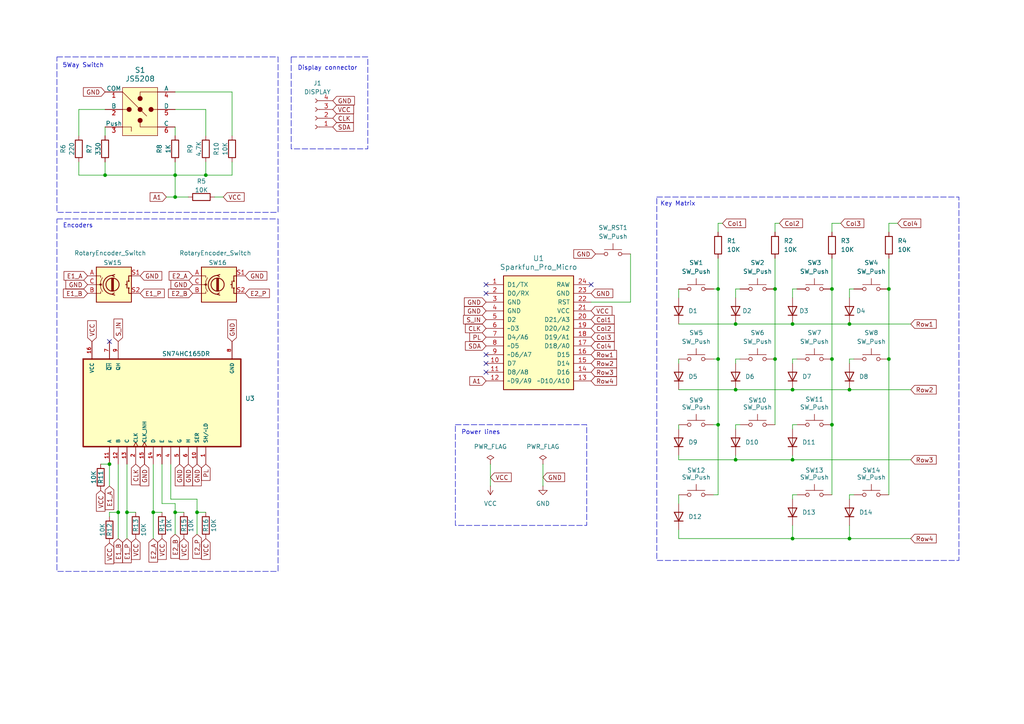
<source format=kicad_sch>
(kicad_sch (version 20250114) (generator "eeschema") (generator_version "9.0")
  (paper "A4")
  (title_block (title "Arduino pro micro based macro keyboard") (date "2025-08-25") (rev "1"))
  (lib_symbols
    (symbol "Arduino:Sparkfun_Pro_Micro" (pin_names (offset 1.016))
      (property "Reference" "U" (at -8.89 21.59 0))
      (property "Value" "Sparkfun_Pro_Micro" (at 0 19.05 0))
      (symbol "Sparkfun_Pro_Micro_0_1"
        (rectangle (start -10.16 17.78) (end 10.16 -15.24) (stroke (width 0.254)) (fill (type background)))
      )
      (symbol "Sparkfun_Pro_Micro_1_1"
        (pin bidirectional line (at -15.24 15.24 0) (length 5.08) (name "D1/TX") (number "1"))
        (pin bidirectional line (at -15.24 12.7 0) (length 5.08) (name "D0/RX") (number "2"))
        (pin power_in line (at -15.24 10.16 0) (length 5.08) (name "GND") (number "3"))
        (pin power_in line (at -15.24 7.62 0) (length 5.08) (name "GND") (number "4"))
        (pin bidirectional line (at -15.24 5.08 0) (length 5.08) (name "D2") (number "5"))
        (pin bidirectional line (at -15.24 2.54 0) (length 5.08) (name "~D3") (number "6"))
        (pin bidirectional line (at -15.24 0 0) (length 5.08) (name "D4/A6") (number "7"))
        (pin bidirectional line (at -15.24 -2.54 0) (length 5.08) (name "~D5") (number "8"))
        (pin bidirectional line (at -15.24 -5.08 0) (length 5.08) (name "~D6/A7") (number "9"))
        (pin bidirectional line (at -15.24 -7.62 0) (length 5.08) (name "D7") (number "10"))
        (pin bidirectional line (at -15.24 -10.16 0) (length 5.08) (name "D8/A8") (number "11"))
        (pin bidirectional line (at -15.24 -12.7 0) (length 5.08) (name "~D9/A9") (number "12"))
        (pin power_in line (at 15.24 15.24 180) (length 5.08) (name "RAW") (number "24"))
        (pin power_in line (at 15.24 12.7 180) (length 5.08) (name "GND") (number "23"))
        (pin input line (at 15.24 10.16 180) (length 5.08) (name "RST") (number "22"))
        (pin power_in line (at 15.24 7.62 180) (length 5.08) (name "VCC") (number "21"))
        (pin bidirectional line (at 15.24 5.08 180) (length 5.08) (name "D21/A3") (number "20"))
        (pin bidirectional line (at 15.24 2.54 180) (length 5.08) (name "D20/A2") (number "19"))
        (pin bidirectional line (at 15.24 0 180) (length 5.08) (name "D19/A1") (number "18"))
        (pin bidirectional line (at 15.24 -2.54 180) (length 5.08) (name "D18/A0") (number "17"))
        (pin bidirectional line (at 15.24 -5.08 180) (length 5.08) (name "D15") (number "16"))
        (pin bidirectional line (at 15.24 -7.62 180) (length 5.08) (name "D14") (number "15"))
        (pin bidirectional line (at 15.24 -10.16 180) (length 5.08) (name "D16") (number "14"))
        (pin bidirectional line (at 15.24 -12.7 180) (length 5.08) (name "~D10/A10") (number "13"))
      )
    )
    (symbol "Connector:Conn_01x04_Socket" (pin_names (offset 1.016) (hide yes))
      (property "Reference" "J" (at 0 5.08 0))
      (property "Value" "Conn_01x04_Socket" (at 0 -7.62 0))
      (symbol "Conn_01x04_Socket_1_1"
        (polyline (pts (xy -1.27 2.54) (xy -0.508 2.54)) (stroke (width 0.1524)))
        (polyline (pts (xy -1.27 0) (xy -0.508 0)) (stroke (width 0.1524)))
        (polyline (pts (xy -1.27 -2.54) (xy -0.508 -2.54)) (stroke (width 0.1524)))
        (polyline (pts (xy -1.27 -5.08) (xy -0.508 -5.08)) (stroke (width 0.1524)))
        (arc (start 0 2.032) (mid -0.5058 2.54) (end 0 3.048) (stroke (width 0.1524)))
        (arc (start 0 -0.508) (mid -0.5058 0) (end 0 0.508) (stroke (width 0.1524)))
        (arc (start 0 -3.048) (mid -0.5058 -2.54) (end 0 -2.032) (stroke (width 0.1524)))
        (arc (start 0 -5.588) (mid -0.5058 -5.08) (end 0 -4.572) (stroke (width 0.1524)))
        (pin passive line (at -5.08 2.54 0) (length 3.81) (name "Pin_1") (number "1"))
        (pin passive line (at -5.08 0 0) (length 3.81) (name "Pin_2") (number "2"))
        (pin passive line (at -5.08 -2.54 0) (length 3.81) (name "Pin_3") (number "3"))
        (pin passive line (at -5.08 -5.08 0) (length 3.81) (name "Pin_4") (number "4"))
      )
    )
    (symbol "Device:R" (pin_numbers (hide yes)) (pin_names (offset 0))
      (property "Reference" "R" (at 2.032 0 90))
      (property "Value" "R" (at 0 0 90))
      (symbol "R_0_1"
        (rectangle (start -1.016 -2.54) (end 1.016 2.54) (stroke (width 0.254)))
      )
      (symbol "R_1_1"
        (pin passive line (at 0 3.81 270) (length 1.27) (name "~") (number "1"))
        (pin passive line (at 0 -3.81 90) (length 1.27) (name "~") (number "2"))
      )
    )
    (symbol "Device:RotaryEncoder_Switch" (pin_names (offset 0.254) (hide yes))
      (property "Reference" "SW" (at 0 6.604 0))
      (property "Value" "RotaryEncoder_Switch" (at 0 -6.604 0))
      (symbol "RotaryEncoder_Switch_0_1"
        (rectangle (start -5.08 5.08) (end 5.08 -5.08) (stroke (width 0.254)) (fill (type background)))
        (polyline (pts (xy -5.08 2.54) (xy -3.81 2.54) (xy -3.81 2.032)))
        (polyline (pts (xy -5.08 0) (xy -3.81 0) (xy -3.81 -1.016) (xy -3.302 -2.032)))
        (polyline (pts (xy -5.08 -2.54) (xy -3.81 -2.54) (xy -3.81 -2.032)))
        (polyline (pts (xy -4.318 0) (xy -3.81 0) (xy -3.81 1.016) (xy -3.302 2.032)))
        (circle (center -3.81 0) (radius 0.254) (fill (type outline)))
        (polyline (pts (xy -0.635 -1.778) (xy -0.635 1.778)) (stroke (width 0.254)))
        (circle (center -0.381 0) (radius 1.905) (stroke (width 0.254)))
        (polyline (pts (xy -0.381 -1.778) (xy -0.381 1.778)) (stroke (width 0.254)))
        (arc (start -0.381 -2.794) (mid -3.0988 -0.0635) (end -0.381 2.667) (stroke (width 0.254)))
        (polyline (pts (xy -0.127 1.778) (xy -0.127 -1.778)) (stroke (width 0.254)))
        (polyline (pts (xy 0.254 2.921) (xy -0.508 2.667) (xy 0.127 2.286)) (stroke (width 0.254)))
        (polyline (pts (xy 0.254 -3.048) (xy -0.508 -2.794) (xy 0.127 -2.413)) (stroke (width 0.254)))
        (polyline (pts (xy 3.81 1.016) (xy 3.81 -1.016)) (stroke (width 0.254)))
        (polyline (pts (xy 3.81 0) (xy 3.429 0)) (stroke (width 0.254)))
        (circle (center 4.318 1.016) (radius 0.127) (stroke (width 0.254)))
        (circle (center 4.318 -1.016) (radius 0.127) (stroke (width 0.254)))
        (polyline (pts (xy 5.08 2.54) (xy 4.318 2.54) (xy 4.318 1.016)) (stroke (width 0.254)))
        (polyline (pts (xy 5.08 -2.54) (xy 4.318 -2.54) (xy 4.318 -1.016)) (stroke (width 0.254)))
      )
      (symbol "RotaryEncoder_Switch_1_1"
        (pin passive line (at -7.62 2.54 0) (length 2.54) (name "A") (number "A"))
        (pin passive line (at -7.62 0 0) (length 2.54) (name "C") (number "C"))
        (pin passive line (at -7.62 -2.54 0) (length 2.54) (name "B") (number "B"))
        (pin passive line (at 7.62 2.54 180) (length 2.54) (name "S1") (number "S1"))
        (pin passive line (at 7.62 -2.54 180) (length 2.54) (name "S2") (number "S2"))
      )
    )
    (symbol "Diode:1N4148WT" (pin_numbers (hide yes)) (pin_names (hide yes))
      (property "Reference" "D" (at 0 2.54 0))
      (property "Value" "1N4148WT" (at 0 -2.54 0))
      (symbol "1N4148WT_0_1"
        (polyline (pts (xy -1.27 1.27) (xy -1.27 -1.27)) (stroke (width 0.254)))
        (polyline (pts (xy 1.27 1.27) (xy 1.27 -1.27) (xy -1.27 0) (xy 1.27 1.27)) (stroke (width 0.254)))
        (polyline (pts (xy 1.27 0) (xy -1.27 0)))
      )
      (symbol "1N4148WT_1_1"
        (pin passive line (at -3.81 0 0) (length 2.54) (name "K") (number "1"))
        (pin passive line (at 3.81 0 180) (length 2.54) (name "A") (number "2"))
      )
    )
    (symbol "SN74HC165DR:SN74HC165DR" (pin_names (offset 1.016))
      (property "Reference" "U" (at -12.7 23.86 0))
      (property "Value" "SN74HC165DR" (at -12.7 -26.86 0))
      (symbol "SN74HC165DR_0_0"
        (rectangle (start -12.7 -22.86) (end 12.7 22.86) (stroke (width 0.41)) (fill (type background)))
        (pin input line (at -17.78 15.24 0) (length 5.08) (name "A") (number "11"))
        (pin input line (at -17.78 12.7 0) (length 5.08) (name "B") (number "12"))
        (pin input line (at -17.78 10.16 0) (length 5.08) (name "C") (number "13"))
        (pin input clock (at -17.78 7.62 0) (length 5.08) (name "CLK") (number "2"))
        (pin input clock (at -17.78 5.08 0) (length 5.08) (name "CLK_INH") (number "15"))
        (pin input line (at -17.78 2.54 0) (length 5.08) (name "D") (number "14"))
        (pin input line (at -17.78 0 0) (length 5.08) (name "E") (number "3"))
        (pin input line (at -17.78 -2.54 0) (length 5.08) (name "F") (number "4"))
        (pin input line (at -17.78 -5.08 0) (length 5.08) (name "G") (number "5"))
        (pin input line (at -17.78 -7.62 0) (length 5.08) (name "H") (number "6"))
        (pin input line (at -17.78 -10.16 0) (length 5.08) (name "SER") (number "10"))
        (pin input line (at -17.78 -12.7 0) (length 5.08) (name "SH/~LD") (number "1"))
        (pin power_in line (at 17.78 20.32 180) (length 5.08) (name "VCC") (number "16"))
        (pin output line (at 17.78 15.24 180) (length 5.08) (name "~{QH}") (number "7"))
        (pin output line (at 17.78 12.7 180) (length 5.08) (name "QH") (number "9"))
        (pin power_in line (at 17.78 -20.32 180) (length 5.08) (name "GND") (number "8"))
      )
    )
    (symbol "Switch:SW_Push" (pin_numbers (hide yes)) (pin_names (offset 1.016) (hide yes))
      (property "Reference" "SW" (at 1.27 2.54 0))
      (property "Value" "SW_Push" (at 0 -1.524 0))
      (symbol "SW_Push_0_1"
        (circle (center -2.032 0) (radius 0.508))
        (polyline (pts (xy 0 1.27) (xy 0 3.048)))
        (circle (center 2.032 0) (radius 0.508))
        (polyline (pts (xy 2.54 1.27) (xy -2.54 1.27)))
        (pin passive line (at -5.08 0 0) (length 2.54) (name "1") (number "1"))
        (pin passive line (at 5.08 0 180) (length 2.54) (name "2") (number "2"))
      )
    )
    (symbol "dk_Navigation-Switches-Joystick:JS5208" (pin_names (offset 0))
      (property "Reference" "S" (at -5.08 7.62 0))
      (property "Value" "JS5208" (at 0 -8.89 0))
      (symbol "JS5208_0_1"
        (rectangle (start -5.08 6.35) (end 5.08 -7.62) (fill (type background)))
        (polyline (pts (xy -5.08 5.08) (xy 1.905 -1.905)))
        (polyline (pts (xy -5.08 0) (xy -3.81 0)))
        (polyline (pts (xy -5.08 -5.08) (xy -2.54 -5.08) (xy -2.54 -6.35)))
        (circle (center -3.175 0) (radius 0.635) (fill (type outline)))
        (circle (center 0 3.175) (radius 0.635) (fill (type outline)))
        (circle (center 0 0) (radius 0.635) (fill (type outline)))
        (circle (center 0 -3.175) (radius 0.635) (fill (type outline)))
        (circle (center 3.175 0) (radius 0.635) (fill (type outline)))
        (polyline (pts (xy 5.08 5.08) (xy 0 5.08) (xy 0 3.81)))
        (polyline (pts (xy 5.08 0) (xy 3.81 0)))
        (polyline (pts (xy 5.08 -5.08) (xy 0 -5.08) (xy 0 -3.81)))
      )
      (symbol "JS5208_1_1"
        (pin passive line (at -10.16 5.08 0) (length 5.08) (name "COM") (number "1"))
        (pin passive line (at -10.16 0 0) (length 5.08) (name "B") (number "2"))
        (pin passive line (at -10.16 -5.08 0) (length 5.08) (name "Push") (number "3"))
        (pin passive line (at 10.16 5.08 180) (length 5.08) (name "A") (number "4"))
        (pin passive line (at 10.16 0 180) (length 5.08) (name "D") (number "5"))
        (pin passive line (at 10.16 -5.08 180) (length 5.08) (name "C") (number "6"))
      )
    )
    (symbol "power:GND" (power) (pin_numbers (hide yes)) (pin_names (offset 0) (hide yes))
      (property "Value" "GND" (at 0 -3.81 0))
      (symbol "GND_0_1"
        (polyline (pts (xy 0 0) (xy 0 -1.27) (xy 1.27 -1.27) (xy 0 -2.54) (xy -1.27 -1.27) (xy 0 -1.27)))
      )
      (symbol "GND_1_1"
        (pin power_in line (at 0 0 270) (length 0) (name "~") (number "1"))
      )
    )
    (symbol "power:PWR_FLAG" (power) (pin_numbers (hide yes)) (pin_names (offset 0) (hide yes))
      (property "Value" "PWR_FLAG" (at 0 3.81 0))
      (symbol "PWR_FLAG_0_0"
        (pin power_out line (at 0 0 90) (length 0) (name "~") (number "1"))
      )
      (symbol "PWR_FLAG_0_1"
        (polyline (pts (xy 0 0) (xy 0 1.27) (xy -1.016 1.905) (xy 0 2.54) (xy 1.016 1.905) (xy 0 1.27)))
      )
    )
    (symbol "power:VCC" (power) (pin_numbers (hide yes)) (pin_names (offset 0) (hide yes))
      (property "Value" "VCC" (at 0 3.556 0))
      (symbol "VCC_0_1"
        (polyline (pts (xy -0.762 1.27) (xy 0 2.54)))
        (polyline (pts (xy 0 2.54) (xy 0.762 1.27)))
        (polyline (pts (xy 0 0) (xy 0 2.54)))
      )
      (symbol "VCC_1_1"
        (pin power_in line (at 0 0 90) (length 0) (name "~") (number "1"))
      )
    )
  )
  (rectangle (start 132.08 123.19) (end 170.18 152.4) (stroke (width 0) (type dash)))
  (rectangle (start 190.5 57.15) (end 278.13 162.56) (stroke (width 0) (type dash)))
  (rectangle (start 84.455 16.51) (end 106.68 43.18) (stroke (width 0) (type dash)))
  (rectangle (start 16.51 16.51) (end 80.645 61.595) (stroke (width 0) (type dash)))
  (rectangle (start 16.51 63.5) (end 80.645 165.735) (stroke (width 0) (type dash)))
  (text "Encoders" (at 22.606 65.532 0) (effects (font (size 1.27 1.27))))
  (text "Power lines" (at 139.446 125.476 0) (effects (font (size 1.27 1.27))))
  (text "Key Matrix\n" (at 196.596 59.182 0) (effects (font (size 1.27 1.27))))
  (text "Display connector" (at 94.996 19.812 0) (effects (font (size 1.27 1.27))))
  (text "5Way Switch" (at 24.13 19.05 0) (effects (font (size 1.27 1.27))))
  (junction (at 241.3 123.19))
  (junction (at 246.38 113.03))
  (junction (at 246.38 156.21))
  (junction (at 229.87 113.03))
  (junction (at 30.48 50.8))
  (junction (at 59.69 50.8))
  (junction (at 213.36 133.35))
  (junction (at 34.29 148.59))
  (junction (at 208.28 83.82))
  (junction (at 229.87 156.21))
  (junction (at 208.28 123.19))
  (junction (at 224.79 83.82))
  (junction (at 213.36 93.98))
  (junction (at 50.8 57.15))
  (junction (at 257.81 104.14))
  (junction (at 57.15 148.59))
  (junction (at 31.75 134.62))
  (junction (at 208.28 104.14))
  (junction (at 50.8 50.8))
  (junction (at 246.38 93.98))
  (junction (at 224.79 104.14))
  (junction (at 50.8 148.59))
  (junction (at 257.81 83.82))
  (junction (at 44.45 148.59))
  (junction (at 36.83 148.59))
  (junction (at 213.36 113.03))
  (junction (at 241.3 83.82))
  (junction (at 229.87 93.98))
  (junction (at 241.3 104.14))
  (junction (at 229.87 133.35))
  (no_connect (at 31.75 99.06))
  (no_connect (at 140.97 102.87))
  (no_connect (at 140.97 107.95))
  (no_connect (at 140.97 82.55))
  (no_connect (at 171.45 82.55))
  (no_connect (at 140.97 105.41))
  (no_connect (at 140.97 85.09))
  (wire (pts (xy 246.38 113.03) (xy 264.16 113.03)))
  (wire (pts (xy 50.8 31.75) (xy 59.69 31.75)))
  (wire (pts (xy 50.8 148.59) (xy 50.8 146.05)))
  (wire (pts (xy 31.75 134.62) (xy 31.75 140.97)))
  (wire (pts (xy 241.3 104.14) (xy 241.3 123.19)))
  (wire (pts (xy 246.38 152.4) (xy 246.38 156.21)))
  (wire (pts (xy 243.84 64.77) (xy 241.3 64.77)))
  (wire (pts (xy 246.38 156.21) (xy 229.87 156.21)))
  (wire (pts (xy 229.87 83.82) (xy 231.14 83.82)))
  (wire (pts (xy 208.28 83.82) (xy 208.28 104.14)))
  (wire (pts (xy 213.36 123.19) (xy 214.63 123.19)))
  (wire (pts (xy 208.28 143.51) (xy 208.28 123.19)))
  (wire (pts (xy 229.87 123.19) (xy 231.14 123.19)))
  (wire (pts (xy 50.8 154.94) (xy 50.8 148.59)))
  (wire (pts (xy 196.85 156.21) (xy 196.85 153.67)))
  (wire (pts (xy 247.65 104.14) (xy 246.38 104.14)))
  (wire (pts (xy 246.38 83.82) (xy 246.38 86.36)))
  (wire (pts (xy 229.87 113.03) (xy 246.38 113.03)))
  (wire (pts (xy 231.14 143.51) (xy 229.87 143.51)))
  (wire (pts (xy 208.28 104.14) (xy 208.28 123.19)))
  (wire (pts (xy 50.8 50.8) (xy 50.8 57.15)))
  (wire (pts (xy 229.87 132.08) (xy 229.87 133.35)))
  (wire (pts (xy 247.65 83.82) (xy 246.38 83.82)))
  (wire (pts (xy 224.79 104.14) (xy 224.79 123.19)))
  (wire (pts (xy 30.48 31.75) (xy 22.86 31.75)))
  (wire (pts (xy 207.01 143.51) (xy 208.28 143.51)))
  (wire (pts (xy 213.36 83.82) (xy 214.63 83.82)))
  (wire (pts (xy 241.3 64.77) (xy 241.3 67.31)))
  (wire (pts (xy 59.69 50.8) (xy 67.31 50.8)))
  (wire (pts (xy 257.81 83.82) (xy 257.81 104.14)))
  (wire (pts (xy 57.15 154.94) (xy 57.15 148.59)))
  (wire (pts (xy 207.01 83.82) (xy 208.28 83.82)))
  (wire (pts (xy 182.88 87.63) (xy 182.88 73.66)))
  (wire (pts (xy 224.79 83.82) (xy 224.79 104.14)))
  (wire (pts (xy 229.87 152.4) (xy 229.87 156.21)))
  (wire (pts (xy 213.36 83.82) (xy 213.36 86.36)))
  (wire (pts (xy 196.85 143.51) (xy 196.85 146.05)))
  (wire (pts (xy 22.86 31.75) (xy 22.86 39.37)))
  (wire (pts (xy 196.85 123.19) (xy 196.85 124.46)))
  (wire (pts (xy 229.87 133.35) (xy 264.16 133.35)))
  (wire (pts (xy 34.29 148.59) (xy 34.29 134.62)))
  (wire (pts (xy 57.15 144.78) (xy 49.53 144.78)))
  (wire (pts (xy 224.79 74.93) (xy 224.79 83.82)))
  (wire (pts (xy 196.85 93.98) (xy 213.36 93.98)))
  (wire (pts (xy 57.15 148.59) (xy 59.69 148.59)))
  (wire (pts (xy 142.24 134.62) (xy 142.24 140.97)))
  (wire (pts (xy 207.01 123.19) (xy 208.28 123.19)))
  (wire (pts (xy 30.48 39.37) (xy 30.48 36.83)))
  (wire (pts (xy 50.8 146.05) (xy 46.99 146.05)))
  (wire (pts (xy 196.85 113.03) (xy 213.36 113.03)))
  (wire (pts (xy 62.23 57.15) (xy 64.77 57.15)))
  (wire (pts (xy 31.75 149.86) (xy 31.75 148.59)))
  (wire (pts (xy 213.36 133.35) (xy 229.87 133.35)))
  (wire (pts (xy 44.45 148.59) (xy 44.45 156.21)))
  (wire (pts (xy 50.8 46.99) (xy 50.8 50.8)))
  (wire (pts (xy 57.15 148.59) (xy 57.15 144.78)))
  (wire (pts (xy 229.87 143.51) (xy 229.87 144.78)))
  (wire (pts (xy 213.36 104.14) (xy 213.36 105.41)))
  (wire (pts (xy 59.69 31.75) (xy 59.69 39.37)))
  (wire (pts (xy 208.28 64.77) (xy 208.28 67.31)))
  (wire (pts (xy 48.26 57.15) (xy 50.8 57.15)))
  (wire (pts (xy 196.85 83.82) (xy 196.85 86.36)))
  (wire (pts (xy 208.28 104.14) (xy 207.01 104.14)))
  (wire (pts (xy 22.86 46.99) (xy 22.86 50.8)))
  (wire (pts (xy 50.8 26.67) (xy 67.31 26.67)))
  (wire (pts (xy 50.8 36.83) (xy 50.8 39.37)))
  (wire (pts (xy 213.36 132.08) (xy 213.36 133.35)))
  (wire (pts (xy 157.48 134.62) (xy 157.48 140.97)))
  (wire (pts (xy 196.85 133.35) (xy 213.36 133.35)))
  (wire (pts (xy 257.81 74.93) (xy 257.81 83.82)))
  (wire (pts (xy 31.75 148.59) (xy 34.29 148.59)))
  (wire (pts (xy 196.85 104.14) (xy 196.85 105.41)))
  (wire (pts (xy 213.36 113.03) (xy 229.87 113.03)))
  (wire (pts (xy 229.87 156.21) (xy 196.85 156.21)))
  (wire (pts (xy 67.31 46.99) (xy 67.31 50.8)))
  (wire (pts (xy 213.36 104.14) (xy 214.63 104.14)))
  (wire (pts (xy 46.99 146.05) (xy 46.99 134.62)))
  (wire (pts (xy 246.38 143.51) (xy 246.38 144.78)))
  (wire (pts (xy 213.36 123.19) (xy 213.36 124.46)))
  (wire (pts (xy 171.45 87.63) (xy 182.88 87.63)))
  (wire (pts (xy 213.36 93.98) (xy 229.87 93.98)))
  (wire (pts (xy 229.87 93.98) (xy 246.38 93.98)))
  (wire (pts (xy 67.31 26.67) (xy 67.31 39.37)))
  (wire (pts (xy 229.87 123.19) (xy 229.87 124.46)))
  (wire (pts (xy 257.81 104.14) (xy 257.81 143.51)))
  (wire (pts (xy 36.83 134.62) (xy 36.83 148.59)))
  (wire (pts (xy 264.16 156.21) (xy 246.38 156.21)))
  (wire (pts (xy 226.06 64.77) (xy 224.79 64.77)))
  (wire (pts (xy 49.53 144.78) (xy 49.53 134.62)))
  (wire (pts (xy 30.48 50.8) (xy 50.8 50.8)))
  (wire (pts (xy 50.8 50.8) (xy 59.69 50.8)))
  (wire (pts (xy 59.69 46.99) (xy 59.69 50.8)))
  (wire (pts (xy 209.55 64.77) (xy 208.28 64.77)))
  (wire (pts (xy 229.87 83.82) (xy 229.87 86.36)))
  (wire (pts (xy 260.35 64.77) (xy 257.81 64.77)))
  (wire (pts (xy 44.45 148.59) (xy 46.99 148.59)))
  (wire (pts (xy 30.48 50.8) (xy 30.48 46.99)))
  (wire (pts (xy 241.3 83.82) (xy 241.3 104.14)))
  (wire (pts (xy 208.28 74.93) (xy 208.28 83.82)))
  (wire (pts (xy 247.65 143.51) (xy 246.38 143.51)))
  (wire (pts (xy 246.38 93.98) (xy 264.16 93.98)))
  (wire (pts (xy 22.86 50.8) (xy 30.48 50.8)))
  (wire (pts (xy 229.87 104.14) (xy 231.14 104.14)))
  (wire (pts (xy 34.29 156.21) (xy 34.29 148.59)))
  (wire (pts (xy 50.8 148.59) (xy 53.34 148.59)))
  (wire (pts (xy 224.79 64.77) (xy 224.79 67.31)))
  (wire (pts (xy 196.85 132.08) (xy 196.85 133.35)))
  (wire (pts (xy 36.83 148.59) (xy 39.37 148.59)))
  (wire (pts (xy 241.3 74.93) (xy 241.3 83.82)))
  (wire (pts (xy 50.8 57.15) (xy 54.61 57.15)))
  (wire (pts (xy 246.38 104.14) (xy 246.38 105.41)))
  (wire (pts (xy 44.45 134.62) (xy 44.45 148.59)))
  (wire (pts (xy 29.21 134.62) (xy 31.75 134.62)))
  (wire (pts (xy 241.3 123.19) (xy 241.3 143.51)))
  (wire (pts (xy 229.87 104.14) (xy 229.87 105.41)))
  (wire (pts (xy 36.83 156.21) (xy 36.83 148.59)))
  (wire (pts (xy 257.81 64.77) (xy 257.81 67.31)))
  (global_label "E2_B" (shape input) (at 50.8 154.94 270) (property "Intersheetrefs" "${INTERSHEET_REFS}" (effects (hide yes))))
  (global_label "Row3" (shape input) (at 171.45 107.95 0) (property "Intersheetrefs" "${INTERSHEET_REFS}" (effects (hide yes))))
  (global_label "A1" (shape input) (at 48.26 57.15 180) (property "Intersheetrefs" "${INTERSHEET_REFS}" (effects (hide yes))))
  (global_label "VCC" (shape input) (at 31.75 157.48 270) (property "Intersheetrefs" "${INTERSHEET_REFS}" (effects (hide yes))))
  (global_label "E2_A" (shape input) (at 55.88 80.01 180) (property "Intersheetrefs" "${INTERSHEET_REFS}" (effects (hide yes))))
  (global_label "GND" (shape input) (at 40.64 80.01 0) (property "Intersheetrefs" "${INTERSHEET_REFS}" (effects (hide yes))))
  (global_label "Col1" (shape input) (at 209.55 64.77 0) (property "Intersheetrefs" "${INTERSHEET_REFS}" (effects (hide yes))))
  (global_label "GND" (shape input) (at 171.45 85.09 0) (property "Intersheetrefs" "${INTERSHEET_REFS}" (effects (hide yes))))
  (global_label "GND" (shape input) (at 52.07 134.62 270) (property "Intersheetrefs" "${INTERSHEET_REFS}" (effects (hide yes))))
  (global_label "VCC" (shape input) (at 59.69 156.21 270) (property "Intersheetrefs" "${INTERSHEET_REFS}" (effects (hide yes))))
  (global_label "Row1" (shape input) (at 171.45 102.87 0) (property "Intersheetrefs" "${INTERSHEET_REFS}" (effects (hide yes))))
  (global_label "GND" (shape input) (at 140.97 90.17 180) (property "Intersheetrefs" "${INTERSHEET_REFS}" (effects (hide yes))))
  (global_label "Row4" (shape input) (at 264.16 156.21 0) (property "Intersheetrefs" "${INTERSHEET_REFS}" (effects (hide yes))))
  (global_label "SDA" (shape input) (at 140.97 100.33 180) (property "Intersheetrefs" "${INTERSHEET_REFS}" (effects (hide yes))))
  (global_label "CLK" (shape input) (at 140.97 95.25 180) (property "Intersheetrefs" "${INTERSHEET_REFS}" (effects (hide yes))))
  (global_label "Col2" (shape input) (at 226.06 64.77 0) (property "Intersheetrefs" "${INTERSHEET_REFS}" (effects (hide yes))))
  (global_label "CLK" (shape input) (at 39.37 134.62 270) (property "Intersheetrefs" "${INTERSHEET_REFS}" (effects (hide yes))))
  (global_label "E1_P" (shape input) (at 40.64 85.09 0) (property "Intersheetrefs" "${INTERSHEET_REFS}" (effects (hide yes))))
  (global_label "Row2" (shape input) (at 171.45 105.41 0) (property "Intersheetrefs" "${INTERSHEET_REFS}" (effects (hide yes))))
  (global_label "VCC" (shape input) (at 53.34 156.21 270) (property "Intersheetrefs" "${INTERSHEET_REFS}" (effects (hide yes))))
  (global_label "GND" (shape input) (at 67.31 99.06 90) (property "Intersheetrefs" "${INTERSHEET_REFS}" (effects (hide yes))))
  (global_label "E2_B" (shape input) (at 55.88 85.09 180) (property "Intersheetrefs" "${INTERSHEET_REFS}" (effects (hide yes))))
  (global_label "GND" (shape input) (at 55.88 82.55 180) (property "Intersheetrefs" "${INTERSHEET_REFS}" (effects (hide yes))))
  (global_label "Col4" (shape input) (at 171.45 100.33 0) (property "Intersheetrefs" "${INTERSHEET_REFS}" (effects (hide yes))))
  (global_label "Col3" (shape input) (at 243.84 64.77 0) (property "Intersheetrefs" "${INTERSHEET_REFS}" (effects (hide yes))))
  (global_label "Row4" (shape input) (at 171.45 110.49 0) (property "Intersheetrefs" "${INTERSHEET_REFS}" (effects (hide yes))))
  (global_label "E2_P" (shape input) (at 71.12 85.09 0) (property "Intersheetrefs" "${INTERSHEET_REFS}" (effects (hide yes))))
  (global_label "S_IN" (shape input) (at 34.29 99.06 90) (property "Intersheetrefs" "${INTERSHEET_REFS}" (effects (hide yes))))
  (global_label "Row2" (shape input) (at 264.16 113.03 0) (property "Intersheetrefs" "${INTERSHEET_REFS}" (effects (hide yes))))
  (global_label "GND" (shape input) (at 25.4 82.55 180) (property "Intersheetrefs" "${INTERSHEET_REFS}" (effects (hide yes))))
  (global_label "Col1" (shape input) (at 171.45 92.71 0) (property "Intersheetrefs" "${INTERSHEET_REFS}" (effects (hide yes))))
  (global_label "GND" (shape input) (at 172.72 73.66 180) (property "Intersheetrefs" "${INTERSHEET_REFS}" (effects (hide yes))))
  (global_label "Col3" (shape input) (at 171.45 97.79 0) (property "Intersheetrefs" "${INTERSHEET_REFS}" (effects (hide yes))))
  (global_label "A1" (shape input) (at 140.97 110.49 180) (property "Intersheetrefs" "${INTERSHEET_REFS}" (effects (hide yes))))
  (global_label "S_IN" (shape input) (at 140.97 92.71 180) (property "Intersheetrefs" "${INTERSHEET_REFS}" (effects (hide yes))))
  (global_label "E2_P" (shape input) (at 57.15 154.94 270) (property "Intersheetrefs" "${INTERSHEET_REFS}" (effects (hide yes))))
  (global_label "PL" (shape input) (at 140.97 97.79 180) (property "Intersheetrefs" "${INTERSHEET_REFS}" (effects (hide yes))))
  (global_label "VCC" (shape input) (at 171.45 90.17 0) (property "Intersheetrefs" "${INTERSHEET_REFS}" (effects (hide yes))))
  (global_label "E1_P" (shape input) (at 36.83 156.21 270) (property "Intersheetrefs" "${INTERSHEET_REFS}" (effects (hide yes))))
  (global_label "GND" (shape input) (at 71.12 80.01 0) (property "Intersheetrefs" "${INTERSHEET_REFS}" (effects (hide yes))))
  (global_label "SDA" (shape input) (at 96.52 36.83 0) (property "Intersheetrefs" "${INTERSHEET_REFS}" (effects (hide yes))))
  (global_label "VCC" (shape input) (at 46.99 156.21 270) (property "Intersheetrefs" "${INTERSHEET_REFS}" (effects (hide yes))))
  (global_label "GND" (shape input) (at 30.48 26.67 180) (property "Intersheetrefs" "${INTERSHEET_REFS}" (effects (hide yes))))
  (global_label "E1_B" (shape input) (at 25.4 85.09 180) (property "Intersheetrefs" "${INTERSHEET_REFS}" (effects (hide yes))))
  (global_label "Col2" (shape input) (at 171.45 95.25 0) (property "Intersheetrefs" "${INTERSHEET_REFS}" (effects (hide yes))))
  (global_label "E1_A" (shape input) (at 25.4 80.01 180) (property "Intersheetrefs" "${INTERSHEET_REFS}" (effects (hide yes))))
  (global_label "Row3" (shape input) (at 264.16 133.35 0) (property "Intersheetrefs" "${INTERSHEET_REFS}" (effects (hide yes))))
  (global_label "E1_A" (shape input) (at 31.75 140.97 270) (property "Intersheetrefs" "${INTERSHEET_REFS}" (effects (hide yes))))
  (global_label "E2_A" (shape input) (at 44.45 156.21 270) (property "Intersheetrefs" "${INTERSHEET_REFS}" (effects (hide yes))))
  (global_label "PL" (shape input) (at 59.69 134.62 270) (property "Intersheetrefs" "${INTERSHEET_REFS}" (effects (hide yes))))
  (global_label "VCC" (shape input) (at 26.67 99.06 90) (property "Intersheetrefs" "${INTERSHEET_REFS}" (effects (hide yes))))
  (global_label "VCC" (shape input) (at 64.77 57.15 0) (property "Intersheetrefs" "${INTERSHEET_REFS}" (effects (hide yes))))
  (global_label "VCC" (shape input) (at 29.21 142.24 270) (property "Intersheetrefs" "${INTERSHEET_REFS}" (effects (hide yes))))
  (global_label "Col4" (shape input) (at 260.35 64.77 0) (property "Intersheetrefs" "${INTERSHEET_REFS}" (effects (hide yes))))
  (global_label "Row1" (shape input) (at 264.16 93.98 0) (property "Intersheetrefs" "${INTERSHEET_REFS}" (effects (hide yes))))
  (global_label "GND" (shape input) (at 96.52 29.21 0) (property "Intersheetrefs" "${INTERSHEET_REFS}" (effects (hide yes))))
  (global_label "GND" (shape input) (at 57.15 134.62 270) (property "Intersheetrefs" "${INTERSHEET_REFS}" (effects (hide yes))))
  (global_label "GND" (shape input) (at 140.97 87.63 180) (property "Intersheetrefs" "${INTERSHEET_REFS}" (effects (hide yes))))
  (global_label "VCC" (shape input) (at 96.52 31.75 0) (property "Intersheetrefs" "${INTERSHEET_REFS}" (effects (hide yes))))
  (global_label "E1_B" (shape input) (at 34.29 156.21 270) (property "Intersheetrefs" "${INTERSHEET_REFS}" (effects (hide yes))))
  (global_label "VCC" (shape input) (at 142.24 138.43 0) (property "Intersheetrefs" "${INTERSHEET_REFS}" (effects (hide yes))))
  (global_label "GND" (shape input) (at 54.61 134.62 270) (property "Intersheetrefs" "${INTERSHEET_REFS}" (effects (hide yes))))
  (global_label "VCC" (shape input) (at 39.37 156.21 270) (property "Intersheetrefs" "${INTERSHEET_REFS}" (effects (hide yes))))
  (global_label "GND" (shape input) (at 157.48 138.43 0) (property "Intersheetrefs" "${INTERSHEET_REFS}" (effects (hide yes))))
  (global_label "CLK" (shape input) (at 96.52 34.29 0) (property "Intersheetrefs" "${INTERSHEET_REFS}" (effects (hide yes))))
  (global_label "GND" (shape input) (at 41.91 134.62 270) (property "Intersheetrefs" "${INTERSHEET_REFS}" (effects (hide yes))))
  (symbol (lib_id "Switch:SW_Push") (at 219.71 83.82 0) (unit 1)
    (property "Reference" "SW2" (at 219.71 76.2 0))
    (property "Value" "SW_Push" (at 219.71 78.74 0))
    (property "Footprint" "SW_Cherry_MX_1_with_3D:SW_Cherry_MX_1.00u_PCB_with_3D" (effects (hide yes)))
    (property "Description" "Push button switch, generic, two pins" (effects (hide yes)))
  )
  (symbol (lib_id "Device:R") (at 58.42 57.15 90) (unit 1)
    (property "Reference" "R5" (at 58.42 52.578 90))
    (property "Value" "10K" (at 58.42 55.118 90))
    (property "Footprint" "Resistor_SMD:R_1206_3216Metric" (effects (hide yes)))
    (property "Description" "Resistor" (effects (hide yes)))
  )
  (symbol (lib_id "Diode:1N4148WT") (at 246.38 109.22 90) (unit 1)
    (property "Reference" "D8" (at 249.174 109.22 90) (effects (justify right)))
    (property "Value" "1N4148WT" (effects (hide yes)))
    (property "Footprint" "Diode_SMD:D_1206_3216Metric" (effects (hide yes)))
    (property "Datasheet" "https://www.diodes.com/assets/Datasheets/ds30396.pdf" (effects (hide yes)))
    (property "Description" "75V 0.15A Fast switching Diode, SOD-523" (effects (hide yes)))
    (property "Sim.Device" "D" (effects (hide yes)))
    (property "Sim.Pins" "1=K 2=A" (effects (hide yes)))
  )
  (symbol (lib_id "Diode:1N4148WT") (at 229.87 128.27 90) (unit 1)
    (property "Reference" "D11" (at 232.664 128.27 90) (effects (justify right)))
    (property "Value" "1N4148WT" (effects (hide yes)))
    (property "Footprint" "Diode_SMD:D_1206_3216Metric" (effects (hide yes)))
    (property "Datasheet" "https://www.diodes.com/assets/Datasheets/ds30396.pdf" (effects (hide yes)))
    (property "Description" "75V 0.15A Fast switching Diode, SOD-523" (effects (hide yes)))
    (property "Sim.Device" "D" (effects (hide yes)))
    (property "Sim.Pins" "1=K 2=A" (effects (hide yes)))
  )
  (symbol (lib_id "Device:R") (at 59.69 43.18 180) (unit 1)
    (property "Reference" "R9" (at 55.118 43.18 90))
    (property "Value" "4.7K" (at 57.658 43.18 90))
    (property "Footprint" "Resistor_SMD:R_1206_3216Metric" (effects (hide yes)))
    (property "Description" "Resistor" (effects (hide yes)))
  )
  (symbol (lib_id "Connector:Conn_01x04_Socket") (at 91.44 34.29 180) (unit 1)
    (property "Reference" "J1" (at 92.075 24.13 0))
    (property "Value" "DISPLAY" (at 92.075 26.67 0))
    (property "Footprint" "Connector_JST:JST_XH_B4B-XH-AM_1x04_P2.50mm_Vertical" (effects (hide yes)))
    (property "Description" "Generic connector, single row, 01x04, script generated" (effects (hide yes)))
  )
  (symbol (lib_id "SN74HC165DR:SN74HC165DR") (at 46.99 116.84 90) (unit 1)
    (property "Reference" "U3" (at 71.12 115.5699 90) (effects (justify right)))
    (property "Value" "SN74HC165DR" (at 46.99 102.616 90) (effects (justify right)))
    (property "Footprint" "SN74HC165DR:SOIC127P600X175-16N" (effects (hide yes)))
  )
  (symbol (lib_id "Diode:1N4148WT") (at 229.87 148.59 90) (unit 1)
    (property "Reference" "D13" (at 232.664 148.59 90) (effects (justify right)))
    (property "Value" "1N4148WT" (effects (hide yes)))
    (property "Footprint" "Diode_SMD:D_1206_3216Metric" (effects (hide yes)))
    (property "Datasheet" "https://www.diodes.com/assets/Datasheets/ds30396.pdf" (effects (hide yes)))
    (property "Description" "75V 0.15A Fast switching Diode, SOD-523" (effects (hide yes)))
    (property "Sim.Device" "D" (effects (hide yes)))
    (property "Sim.Pins" "1=K 2=A" (effects (hide yes)))
  )
  (symbol (lib_id "Device:R") (at 22.86 43.18 180) (unit 1)
    (property "Reference" "R6" (at 18.288 43.18 90))
    (property "Value" "220" (at 20.828 43.18 90))
    (property "Footprint" "Resistor_SMD:R_1206_3216Metric" (effects (hide yes)))
    (property "Description" "Resistor" (effects (hide yes)))
  )
  (symbol (lib_id "Device:R") (at 257.81 71.12 0) (unit 1)
    (property "Reference" "R4" (at 260.35 69.8499 0) (effects (justify left)))
    (property "Value" "10K" (at 260.35 72.3899 0) (effects (justify left)))
    (property "Footprint" "Resistor_SMD:R_1206_3216Metric" (effects (hide yes)))
    (property "Description" "Resistor" (effects (hide yes)))
  )
  (symbol (lib_id "Switch:SW_Push") (at 219.71 104.14 0) (unit 1)
    (property "Reference" "SW6" (at 219.71 96.52 0))
    (property "Value" "SW_Push" (at 219.71 99.06 0))
    (property "Footprint" "SW_Cherry_MX_1_with_3D:SW_Cherry_MX_1.00u_PCB_with_3D" (effects (hide yes)))
    (property "Description" "Push button switch, generic, two pins" (effects (hide yes)))
  )
  (symbol (lib_id "Device:R") (at 29.21 138.43 180) (unit 1)
    (property "Reference" "R11" (at 29.21 138.43 90))
    (property "Value" "10K" (at 27.178 138.43 90))
    (property "Footprint" "Resistor_SMD:R_1206_3216Metric" (effects (hide yes)))
    (property "Description" "Resistor" (effects (hide yes)))
  )
  (symbol (lib_id "Diode:1N4148WT") (at 196.85 149.86 90) (unit 1)
    (property "Reference" "D12" (at 199.644 149.86 90) (effects (justify right)))
    (property "Value" "1N4148WT" (effects (hide yes)))
    (property "Footprint" "Diode_SMD:D_1206_3216Metric" (effects (hide yes)))
    (property "Datasheet" "https://www.diodes.com/assets/Datasheets/ds30396.pdf" (effects (hide yes)))
    (property "Description" "75V 0.15A Fast switching Diode, SOD-523" (effects (hide yes)))
    (property "Sim.Device" "D" (effects (hide yes)))
    (property "Sim.Pins" "1=K 2=A" (effects (hide yes)))
  )
  (symbol (lib_id "Diode:1N4148WT") (at 229.87 90.17 90) (unit 1)
    (property "Reference" "D3" (at 233.172 90.17 90))
    (property "Value" "1N4148WT" (effects (hide yes)))
    (property "Footprint" "Diode_SMD:D_1206_3216Metric" (effects (hide yes)))
    (property "Datasheet" "https://www.diodes.com/assets/Datasheets/ds30396.pdf" (effects (hide yes)))
    (property "Description" "75V 0.15A Fast switching Diode, SOD-523" (effects (hide yes)))
    (property "Sim.Device" "D" (effects (hide yes)))
    (property "Sim.Pins" "1=K 2=A" (effects (hide yes)))
  )
  (symbol (lib_id "Device:R") (at 67.31 43.18 180) (unit 1)
    (property "Reference" "R10" (at 62.738 43.18 90))
    (property "Value" "10K" (at 65.278 43.18 90))
    (property "Footprint" "Resistor_SMD:R_1206_3216Metric" (effects (hide yes)))
    (property "Description" "Resistor" (effects (hide yes)))
  )
  (symbol (lib_id "power:VCC") (at 142.24 140.97 180) (unit 1)
    (property "Reference" "#PWR02" (effects (hide yes)))
    (property "Value" "VCC" (at 142.24 146.05 0))
    (property "Description" "Power symbol creates a global label with name \"VCC\"" (effects (hide yes)))
  )
  (symbol (lib_id "Device:R") (at 39.37 152.4 180) (unit 1)
    (property "Reference" "R13" (at 39.37 152.4 90))
    (property "Value" "10K" (at 41.656 153.67 90))
    (property "Footprint" "Resistor_SMD:R_1206_3216Metric" (effects (hide yes)))
    (property "Description" "Resistor" (effects (hide yes)))
  )
  (symbol (lib_id "Device:R") (at 224.79 71.12 0) (unit 1)
    (property "Reference" "R2" (at 227.33 69.8499 0) (effects (justify left)))
    (property "Value" "10K" (at 227.33 72.3899 0) (effects (justify left)))
    (property "Footprint" "Resistor_SMD:R_1206_3216Metric" (effects (hide yes)))
    (property "Description" "Resistor" (effects (hide yes)))
  )
  (symbol (lib_id "Diode:1N4148WT") (at 196.85 109.22 90) (unit 1)
    (property "Reference" "D5" (at 199.644 109.22 90) (effects (justify right)))
    (property "Value" "1N4148WT" (effects (hide yes)))
    (property "Footprint" "Diode_SMD:D_1206_3216Metric" (effects (hide yes)))
    (property "Datasheet" "https://www.diodes.com/assets/Datasheets/ds30396.pdf" (effects (hide yes)))
    (property "Description" "75V 0.15A Fast switching Diode, SOD-523" (effects (hide yes)))
    (property "Sim.Device" "D" (effects (hide yes)))
    (property "Sim.Pins" "1=K 2=A" (effects (hide yes)))
  )
  (symbol (lib_id "Switch:SW_Push") (at 236.22 123.19 0) (unit 1)
    (property "Reference" "SW11" (at 236.22 115.824 0))
    (property "Value" "SW_Push" (at 236.22 118.11 0))
    (property "Footprint" "SW_Cherry_MX_1_with_3D:SW_Cherry_MX_1.00u_PCB_with_3D" (effects (hide yes)))
    (property "Description" "Push button switch, generic, two pins" (effects (hide yes)))
  )
  (symbol (lib_id "Switch:SW_Push") (at 252.73 83.82 0) (unit 1)
    (property "Reference" "SW4" (at 252.73 76.2 0))
    (property "Value" "SW_Push" (at 252.73 78.74 0))
    (property "Footprint" "SW_Cherry_MX_1_with_3D:SW_Cherry_MX_1.00u_PCB_with_3D" (effects (hide yes)))
    (property "Description" "Push button switch, generic, two pins" (effects (hide yes)))
  )
  (symbol (lib_id "Switch:SW_Push") (at 236.22 83.82 0) (unit 1)
    (property "Reference" "SW3" (at 236.22 76.2 0))
    (property "Value" "SW_Push" (at 236.22 78.74 0))
    (property "Footprint" "SW_Cherry_MX_1_with_3D:SW_Cherry_MX_1.00u_PCB_with_3D" (effects (hide yes)))
    (property "Description" "Push button switch, generic, two pins" (effects (hide yes)))
  )
  (symbol (lib_id "Switch:SW_Push") (at 201.93 104.14 0) (unit 1)
    (property "Reference" "SW5" (at 201.93 96.52 0))
    (property "Value" "SW_Push" (at 201.93 99.06 0))
    (property "Footprint" "SW_Cherry_MX_1_with_3D:SW_Cherry_MX_1.00u_PCB_with_3D" (effects (hide yes)))
    (property "Description" "Push button switch, generic, two pins" (effects (hide yes)))
  )
  (symbol (lib_id "Diode:1N4148WT") (at 196.85 90.17 90) (unit 1)
    (property "Reference" "D1" (at 199.644 90.17 90) (effects (justify right)))
    (property "Value" "1N4148WT" (effects (hide yes)))
    (property "Footprint" "Diode_SMD:D_1206_3216Metric" (effects (hide yes)))
    (property "Datasheet" "https://www.diodes.com/assets/Datasheets/ds30396.pdf" (effects (hide yes)))
    (property "Description" "75V 0.15A Fast switching Diode, SOD-523" (effects (hide yes)))
    (property "Sim.Device" "D" (effects (hide yes)))
    (property "Sim.Pins" "1=K 2=A" (effects (hide yes)))
  )
  (symbol (lib_id "Diode:1N4148WT") (at 246.38 148.59 90) (unit 1)
    (property "Reference" "D14" (at 249.174 148.59 90) (effects (justify right)))
    (property "Value" "1N4148WT" (effects (hide yes)))
    (property "Footprint" "Diode_SMD:D_1206_3216Metric" (effects (hide yes)))
    (property "Datasheet" "https://www.diodes.com/assets/Datasheets/ds30396.pdf" (effects (hide yes)))
    (property "Description" "75V 0.15A Fast switching Diode, SOD-523" (effects (hide yes)))
    (property "Sim.Device" "D" (effects (hide yes)))
    (property "Sim.Pins" "1=K 2=A" (effects (hide yes)))
  )
  (symbol (lib_id "Arduino:Sparkfun_Pro_Micro") (at 156.21 97.79 0) (unit 1)
    (property "Reference" "U1" (at 156.21 74.93 0) (effects (font (size 1.524 1.524))))
    (property "Value" "Sparkfun_Pro_Micro" (at 156.21 77.47 0) (effects (font (size 1.524 1.524))))
    (property "Footprint" "Arduino:Sparkfun_Pro_Micro" (effects (hide yes)))
    (property "Datasheet" "https://www.sparkfun.com/products/12640" (effects (hide yes)))
    (property "Description" "Sparkfun Pro Micro" (effects (hide yes)))
  )
  (symbol (lib_id "Switch:SW_Push") (at 201.93 83.82 0) (unit 1)
    (property "Reference" "SW1" (at 201.93 76.2 0))
    (property "Value" "SW_Push" (at 201.93 78.74 0))
    (property "Footprint" "SW_Cherry_MX_1_with_3D:SW_Cherry_MX_1.00u_PCB_with_3D" (effects (hide yes)))
    (property "Description" "Push button switch, generic, two pins" (effects (hide yes)))
  )
  (symbol (lib_id "Device:R") (at 31.75 153.67 180) (unit 1)
    (property "Reference" "R12" (at 31.75 153.67 90))
    (property "Value" "10K" (at 29.718 153.67 90))
    (property "Footprint" "Resistor_SMD:R_1206_3216Metric" (effects (hide yes)))
    (property "Description" "Resistor" (effects (hide yes)))
  )
  (symbol (lib_id "Device:RotaryEncoder_Switch") (at 33.02 82.55 0) (unit 1)
    (property "Reference" "SW15" (at 35.306 76.2 0) (effects (justify right)))
    (property "Value" "RotaryEncoder_Switch" (at 42.418 73.406 0) (effects (justify right)))
    (property "Footprint" "Rotary_Encoder:RotaryEncoder_Alps_EC11E-Switch_Vertical_H20mm" (effects (hide yes)))
    (property "Description" "Rotary encoder, dual channel, incremental quadrate outputs, with switch" (effects (hide yes)))
  )
  (symbol (lib_id "Diode:1N4148WT") (at 213.36 90.17 90) (unit 1)
    (property "Reference" "D2" (at 216.662 90.17 90))
    (property "Value" "1N4148WT" (effects (hide yes)))
    (property "Footprint" "Diode_SMD:D_1206_3216Metric" (effects (hide yes)))
    (property "Datasheet" "https://www.diodes.com/assets/Datasheets/ds30396.pdf" (effects (hide yes)))
    (property "Description" "75V 0.15A Fast switching Diode, SOD-523" (effects (hide yes)))
    (property "Sim.Device" "D" (effects (hide yes)))
    (property "Sim.Pins" "1=K 2=A" (effects (hide yes)))
  )
  (symbol (lib_id "Device:R") (at 59.69 152.4 180) (unit 1)
    (property "Reference" "R16" (at 59.69 152.4 90))
    (property "Value" "10K" (at 61.976 152.4 90))
    (property "Footprint" "Resistor_SMD:R_1206_3216Metric" (effects (hide yes)))
    (property "Description" "Resistor" (effects (hide yes)))
  )
  (symbol (lib_id "Diode:1N4148WT") (at 213.36 109.22 90) (unit 1)
    (property "Reference" "D6" (at 216.154 109.22 90) (effects (justify right)))
    (property "Value" "1N4148WT" (effects (hide yes)))
    (property "Footprint" "Diode_SMD:D_1206_3216Metric" (effects (hide yes)))
    (property "Datasheet" "https://www.diodes.com/assets/Datasheets/ds30396.pdf" (effects (hide yes)))
    (property "Description" "75V 0.15A Fast switching Diode, SOD-523" (effects (hide yes)))
    (property "Sim.Device" "D" (effects (hide yes)))
    (property "Sim.Pins" "1=K 2=A" (effects (hide yes)))
  )
  (symbol (lib_id "Switch:SW_Push") (at 236.22 143.51 0) (unit 1)
    (property "Reference" "SW13" (at 236.22 136.398 0))
    (property "Value" "SW_Push" (at 236.22 138.43 0))
    (property "Footprint" "SW_Cherry_MX_1_with_3D:SW_Cherry_MX_1.00u_PCB_with_3D" (effects (hide yes)))
    (property "Description" "Push button switch, generic, two pins" (effects (hide yes)))
  )
  (symbol (lib_id "Device:R") (at 50.8 43.18 180) (unit 1)
    (property "Reference" "R8" (at 46.228 43.18 90))
    (property "Value" "1K" (at 48.768 43.18 90))
    (property "Footprint" "Resistor_SMD:R_1206_3216Metric" (effects (hide yes)))
    (property "Description" "Resistor" (effects (hide yes)))
  )
  (symbol (lib_id "Device:R") (at 208.28 71.12 0) (unit 1)
    (property "Reference" "R1" (at 210.82 69.8499 0) (effects (justify left)))
    (property "Value" "10K" (at 210.82 72.3899 0) (effects (justify left)))
    (property "Footprint" "Resistor_SMD:R_1206_3216Metric" (effects (hide yes)))
    (property "Description" "Resistor" (effects (hide yes)))
  )
  (symbol (lib_id "Switch:SW_Push") (at 201.93 123.19 0) (unit 1)
    (property "Reference" "SW9" (at 201.93 116.078 0))
    (property "Value" "SW_Push" (at 201.93 118.11 0))
    (property "Footprint" "SW_Cherry_MX_1_with_3D:SW_Cherry_MX_1.00u_PCB_with_3D" (effects (hide yes)))
    (property "Description" "Push button switch, generic, two pins" (effects (hide yes)))
  )
  (symbol (lib_id "Device:R") (at 241.3 71.12 0) (unit 1)
    (property "Reference" "R3" (at 243.84 69.8499 0) (effects (justify left)))
    (property "Value" "10K" (at 243.84 72.3899 0) (effects (justify left)))
    (property "Footprint" "Resistor_SMD:R_1206_3216Metric" (effects (hide yes)))
    (property "Description" "Resistor" (effects (hide yes)))
  )
  (symbol (lib_id "Switch:SW_Push") (at 219.71 123.19 0) (unit 1)
    (property "Reference" "SW10" (at 219.71 116.078 0))
    (property "Value" "SW_Push" (at 219.71 118.11 0))
    (property "Footprint" "SW_Cherry_MX_1_with_3D:SW_Cherry_MX_1.00u_PCB_with_3D" (effects (hide yes)))
    (property "Description" "Push button switch, generic, two pins" (effects (hide yes)))
  )
  (symbol (lib_id "Diode:1N4148WT") (at 229.87 109.22 90) (unit 1)
    (property "Reference" "D7" (at 232.664 109.22 90) (effects (justify right)))
    (property "Value" "1N4148WT" (effects (hide yes)))
    (property "Footprint" "Diode_SMD:D_1206_3216Metric" (effects (hide yes)))
    (property "Datasheet" "https://www.diodes.com/assets/Datasheets/ds30396.pdf" (effects (hide yes)))
    (property "Description" "75V 0.15A Fast switching Diode, SOD-523" (effects (hide yes)))
    (property "Sim.Device" "D" (effects (hide yes)))
    (property "Sim.Pins" "1=K 2=A" (effects (hide yes)))
  )
  (symbol (lib_id "Switch:SW_Push") (at 201.93 143.51 0) (unit 1)
    (property "Reference" "SW12" (at 201.93 136.398 0))
    (property "Value" "SW_Push" (at 201.93 138.43 0))
    (property "Footprint" "Button_Switch_Keyboard:SW_Cherry_MX_2.00u_PCB" (effects (hide yes)))
    (property "Description" "Push button switch, generic, two pins" (effects (hide yes)))
  )
  (symbol (lib_id "Switch:SW_Push") (at 252.73 104.14 0) (unit 1)
    (property "Reference" "SW8" (at 252.73 96.52 0))
    (property "Value" "SW_Push" (at 252.73 99.06 0))
    (property "Footprint" "Button_Switch_Keyboard:SW_Cherry_MX_2.00u_PCB" (effects (hide yes)))
    (property "Description" "Push button switch, generic, two pins" (effects (hide yes)))
  )
  (symbol (lib_id "Switch:SW_Push") (at 252.73 143.51 0) (unit 1)
    (property "Reference" "SW14" (at 252.73 136.398 0))
    (property "Value" "SW_Push" (at 252.73 138.43 0))
    (property "Footprint" "SW_Cherry_MX_1_with_3D:SW_Cherry_MX_1.00u_PCB_with_3D" (effects (hide yes)))
    (property "Description" "Push button switch, generic, two pins" (effects (hide yes)))
  )
  (symbol (lib_id "power:PWR_FLAG") (at 157.48 134.62 0) (unit 1)
    (property "Reference" "#FLG01" (effects (hide yes)))
    (property "Value" "PWR_FLAG" (at 157.48 129.54 0))
    (property "Description" "Special symbol for telling ERC where power comes from" (effects (hide yes)))
  )
  (symbol (lib_id "Diode:1N4148WT") (at 213.36 128.27 90) (unit 1)
    (property "Reference" "D10" (at 216.154 128.27 90) (effects (justify right)))
    (property "Value" "1N4148WT" (effects (hide yes)))
    (property "Footprint" "Diode_SMD:D_1206_3216Metric" (effects (hide yes)))
    (property "Datasheet" "https://www.diodes.com/assets/Datasheets/ds30396.pdf" (effects (hide yes)))
    (property "Description" "75V 0.15A Fast switching Diode, SOD-523" (effects (hide yes)))
    (property "Sim.Device" "D" (effects (hide yes)))
    (property "Sim.Pins" "1=K 2=A" (effects (hide yes)))
  )
  (symbol (lib_id "Switch:SW_Push") (at 236.22 104.14 0) (unit 1)
    (property "Reference" "SW7" (at 236.22 96.52 0))
    (property "Value" "SW_Push" (at 236.22 99.06 0))
    (property "Footprint" "SW_Cherry_MX_1_with_3D:SW_Cherry_MX_1.00u_PCB_with_3D" (effects (hide yes)))
    (property "Description" "Push button switch, generic, two pins" (effects (hide yes)))
  )
  (symbol (lib_id "Device:R") (at 30.48 43.18 180) (unit 1)
    (property "Reference" "R7" (at 25.908 43.18 90))
    (property "Value" "330" (at 28.448 43.18 90))
    (property "Footprint" "Resistor_SMD:R_1206_3216Metric" (effects (hide yes)))
    (property "Description" "Resistor" (effects (hide yes)))
  )
  (symbol (lib_id "Device:R") (at 53.34 152.4 180) (unit 1)
    (property "Reference" "R15" (at 53.34 152.4 90))
    (property "Value" "10K" (at 55.372 152.4 90))
    (property "Footprint" "Resistor_SMD:R_1206_3216Metric" (effects (hide yes)))
    (property "Description" "Resistor" (effects (hide yes)))
  )
  (symbol (lib_id "dk_Navigation-Switches-Joystick:JS5208") (at 40.64 31.75 0) (unit 1)
    (property "Reference" "S1" (at 40.64 20.32 0) (effects (font (size 1.524 1.524))))
    (property "Value" "JS5208" (at 40.64 22.86 0) (effects (font (size 1.524 1.524))))
    (property "Footprint" "5Way_Switch:5Way_switch" (effects (hide yes)))
    (property "Datasheet" "http://spec_sheets.e-switch.com/specs/P200020.pdf" (effects (hide yes)))
    (property "Description" "SWITCH NAVIGATION 20MA 15V" (effects (hide yes)))
    (property "Digi-Key_PN" "EG4561-ND" (effects (hide yes)))
    (property "MPN" "JS5208" (effects (hide yes)))
    (property "Category" "Switches" (effects (hide yes)))
    (property "Family" "Navigation Switches, Joystick" (effects (hide yes)))
    (property "DK_Datasheet_Link" "http://spec_sheets.e-switch.com/specs/P200020.pdf" (effects (hide yes)))
    (property "DK_Detail_Page" "/product-detail/en/e-switch/JS5208/EG4561-ND/1739634" (effects (hide yes)))
    (property "Description_1" "SWITCH NAVIGATION 20MA 15V" (effects (hide yes)))
    (property "Manufacturer" "E-Switch" (effects (hide yes)))
    (property "Status" "Active" (effects (hide yes)))
  )
  (symbol (lib_id "power:PWR_FLAG") (at 142.24 134.62 0) (unit 1)
    (property "Reference" "#FLG02" (effects (hide yes)))
    (property "Value" "PWR_FLAG" (at 142.24 129.54 0))
    (property "Description" "Special symbol for telling ERC where power comes from" (effects (hide yes)))
  )
  (symbol (lib_id "Device:R") (at 46.99 152.4 180) (unit 1)
    (property "Reference" "R14" (at 46.99 152.4 90))
    (property "Value" "10K" (at 49.022 152.4 90))
    (property "Footprint" "Resistor_SMD:R_1206_3216Metric" (effects (hide yes)))
    (property "Description" "Resistor" (effects (hide yes)))
  )
  (symbol (lib_id "Diode:1N4148WT") (at 196.85 128.27 90) (unit 1)
    (property "Reference" "D9" (at 199.644 128.27 90) (effects (justify right)))
    (property "Value" "1N4148WT" (effects (hide yes)))
    (property "Footprint" "Diode_SMD:D_1206_3216Metric" (effects (hide yes)))
    (property "Datasheet" "https://www.diodes.com/assets/Datasheets/ds30396.pdf" (effects (hide yes)))
    (property "Description" "75V 0.15A Fast switching Diode, SOD-523" (effects (hide yes)))
    (property "Sim.Device" "D" (effects (hide yes)))
    (property "Sim.Pins" "1=K 2=A" (effects (hide yes)))
  )
  (symbol (lib_id "Switch:SW_Push") (at 177.8 73.66 0) (unit 1)
    (property "Reference" "SW_RST1" (at 177.8 66.04 0))
    (property "Value" "SW_Push" (at 177.8 68.58 0))
    (property "Footprint" "Button_Switch_THT:SW_PUSH_6mm_H4.3mm" (effects (hide yes)))
    (property "Description" "Push button switch, generic, two pins" (effects (hide yes)))
  )
  (symbol (lib_id "Diode:1N4148WT") (at 246.38 90.17 90) (unit 1)
    (property "Reference" "D4" (at 249.682 90.17 90))
    (property "Value" "1N4148WT" (effects (hide yes)))
    (property "Footprint" "Diode_SMD:D_1206_3216Metric" (effects (hide yes)))
    (property "Datasheet" "https://www.diodes.com/assets/Datasheets/ds30396.pdf" (effects (hide yes)))
    (property "Description" "75V 0.15A Fast switching Diode, SOD-523" (effects (hide yes)))
    (property "Sim.Device" "D" (effects (hide yes)))
    (property "Sim.Pins" "1=K 2=A" (effects (hide yes)))
  )
  (symbol (lib_id "power:GND") (at 157.48 140.97 0) (unit 1)
    (property "Reference" "#PWR01" (effects (hide yes)))
    (property "Value" "GND" (at 157.48 146.05 0))
    (property "Description" "Power symbol creates a global label with name \"GND\" , ground" (effects (hide yes)))
  )
  (symbol (lib_id "Device:RotaryEncoder_Switch") (at 63.5 82.55 0) (unit 1)
    (property "Reference" "SW16" (at 65.786 76.2 0) (effects (justify right)))
    (property "Value" "RotaryEncoder_Switch" (at 72.898 73.406 0) (effects (justify right)))
    (property "Footprint" "Rotary_Encoder:RotaryEncoder_Alps_EC11E-Switch_Vertical_H20mm" (effects (hide yes)))
    (property "Description" "Rotary encoder, dual channel, incremental quadrate outputs, with switch" (effects (hide yes)))
  )
)
</source>
